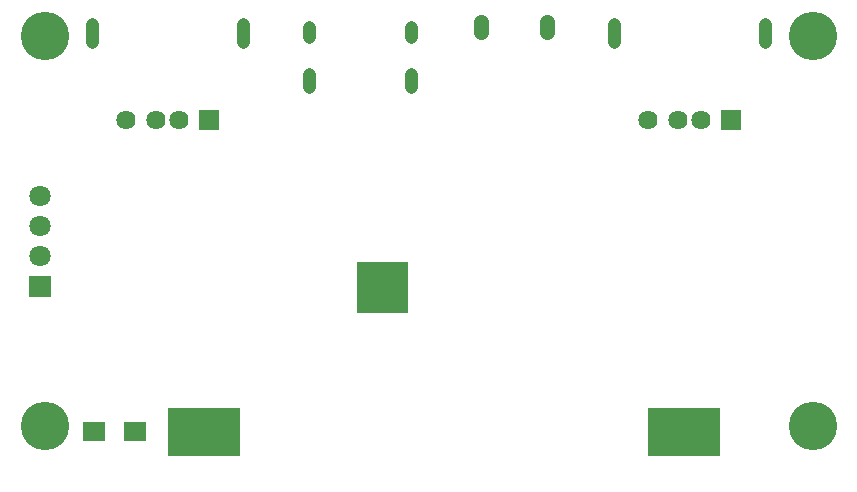
<source format=gbs>
G04 Layer: BottomSolderMaskLayer*
G04 EasyEDA v6.5.1, 2022-04-03 23:05:39*
G04 0caac7c7161345fe919d254c63c90933,10*
G04 Gerber Generator version 0.2*
G04 Scale: 100 percent, Rotated: No, Reflected: No *
G04 Dimensions in millimeters *
G04 leading zeros omitted , absolute positions ,4 integer and 5 decimal *
%FSLAX45Y45*%
%MOMM*%

%ADD54C,1.1016*%
%ADD55C,1.3015*%
%ADD63C,1.8016*%
%ADD75C,1.6256*%
%ADD82C,4.1016*%

%LPD*%
G36*
X3708400Y3416300D02*
G01*
X3708400Y2984500D01*
X4140200Y2984500D01*
X4140200Y3416300D01*
G37*
D54*
X2748203Y5286100D02*
G01*
X2748203Y5436100D01*
X1468221Y5286100D02*
G01*
X1468221Y5436100D01*
X7167803Y5286100D02*
G01*
X7167803Y5436100D01*
X5887821Y5286100D02*
G01*
X5887821Y5436100D01*
X4165803Y5327045D02*
G01*
X4165803Y5407045D01*
X3301796Y4897059D02*
G01*
X3301796Y5007061D01*
X4165803Y4897059D02*
G01*
X4165803Y5007061D01*
X3301796Y5327045D02*
G01*
X3301796Y5407045D01*
D55*
X5321909Y5447969D02*
G01*
X5321909Y5367959D01*
X4761890Y5447995D02*
G01*
X4761890Y5367985D01*
G36*
X938529Y3122929D02*
G01*
X938529Y3303270D01*
X1118870Y3303270D01*
X1118870Y3122929D01*
G37*
D63*
G01*
X1028700Y3467100D03*
G01*
X1028700Y3721100D03*
G01*
X1028700Y3975100D03*
D75*
G01*
X1758213Y4621098D03*
G01*
X2008200Y4621098D03*
G01*
X2208199Y4621098D03*
G36*
X2376931Y4539742D02*
G01*
X2376931Y4702302D01*
X2539491Y4702302D01*
X2539491Y4539742D01*
G37*
G01*
X6177813Y4621098D03*
G01*
X6427800Y4621098D03*
G01*
X6627799Y4621098D03*
G36*
X6796531Y4539742D02*
G01*
X6796531Y4702302D01*
X6959091Y4702302D01*
X6959091Y4539742D01*
G37*
D82*
G01*
X1066800Y5334000D03*
G01*
X7569200Y5334000D03*
G01*
X1066800Y2032000D03*
G01*
X7569200Y2032000D03*
G36*
X6171945Y1776221D02*
G01*
X6171945Y2186178D01*
X6782054Y2186178D01*
X6782054Y1776221D01*
G37*
G36*
X2107945Y1776221D02*
G01*
X2107945Y2186178D01*
X2718054Y2186178D01*
X2718054Y1776221D01*
G37*
G36*
X1736344Y1901189D02*
G01*
X1736344Y2061210D01*
X1921255Y2061210D01*
X1921255Y1901189D01*
G37*
G36*
X1393444Y1901189D02*
G01*
X1393444Y2061210D01*
X1578355Y2061210D01*
X1578355Y1901189D01*
G37*
M02*

</source>
